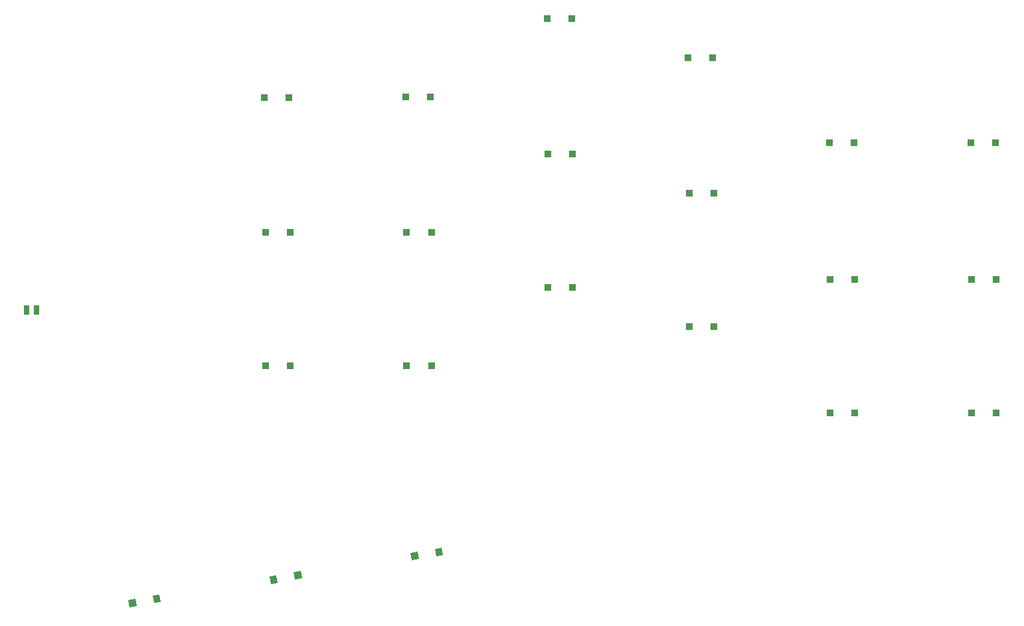
<source format=gbr>
G04 EAGLE Gerber RS-274X export*
G75*
%MOMM*%
%FSLAX34Y34*%
%LPD*%
%INSolderpaste Bottom*%
%IPPOS*%
%AMOC8*
5,1,8,0,0,1.08239X$1,22.5*%
G01*
G04 Define Apertures*
%ADD10R,0.635000X1.270000*%
%ADD11R,0.900000X0.950000*%
D10*
X-680000Y-249200D03*
X-667300Y-249200D03*
D11*
X555750Y-210000D03*
X524250Y-210000D03*
X555750Y-380000D03*
X524250Y-380000D03*
X375750Y-210000D03*
X344250Y-210000D03*
X375750Y-380000D03*
X344250Y-380000D03*
X195750Y-100000D03*
X164250Y-100000D03*
X195750Y-270000D03*
X164250Y-270000D03*
X15750Y-50000D03*
X-15750Y-50000D03*
X15750Y-220000D03*
X-15750Y-220000D03*
X-164250Y-150000D03*
X-195750Y-150000D03*
X-164250Y-320000D03*
X-195750Y-320000D03*
X-344250Y-150000D03*
X-375750Y-150000D03*
X-344250Y-320000D03*
X-375750Y-320000D03*
G36*
X-149233Y-561161D02*
X-158095Y-562724D01*
X-159745Y-553369D01*
X-150883Y-551806D01*
X-149233Y-561161D01*
G37*
G36*
X-180255Y-566631D02*
X-189117Y-568194D01*
X-190767Y-558839D01*
X-181905Y-557276D01*
X-180255Y-566631D01*
G37*
G36*
X-329233Y-591161D02*
X-338095Y-592724D01*
X-339745Y-583369D01*
X-330883Y-581806D01*
X-329233Y-591161D01*
G37*
G36*
X-360255Y-596631D02*
X-369117Y-598194D01*
X-370767Y-588839D01*
X-361905Y-587276D01*
X-360255Y-596631D01*
G37*
G36*
X-509233Y-621161D02*
X-518095Y-622724D01*
X-519745Y-613369D01*
X-510883Y-611806D01*
X-509233Y-621161D01*
G37*
G36*
X-540255Y-626631D02*
X-549117Y-628194D01*
X-550767Y-618839D01*
X-541905Y-617276D01*
X-540255Y-626631D01*
G37*
X555008Y-35880D03*
X523508Y-35880D03*
X374820Y-35400D03*
X343320Y-35400D03*
X194480Y72540D03*
X162980Y72540D03*
X14480Y122540D03*
X-17020Y122540D03*
X-165860Y22860D03*
X-197360Y22860D03*
X-346200Y21590D03*
X-377700Y21590D03*
M02*

</source>
